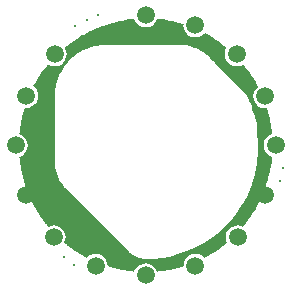
<source format=gtl>
G04*
G04 #@! TF.GenerationSoftware,Altium Limited,Altium Designer,19.1.5 (86)*
G04*
G04 Layer_Physical_Order=1*
G04 Layer_Color=255*
%FSAX25Y25*%
%MOIN*%
G70*
G01*
G75*
%ADD12C,0.00984*%
%ADD13C,0.05906*%
G36*
X0149036Y0201314D02*
X0149669Y0200488D01*
X0150495Y0199854D01*
X0151456Y0199456D01*
X0152488Y0199320D01*
X0153520Y0199456D01*
X0154482Y0199854D01*
X0155307Y0200488D01*
X0155941Y0201314D01*
X0156273Y0202117D01*
X0156928Y0202065D01*
X0157215Y0202011D01*
X0157502Y0201937D01*
X0157502Y0201937D01*
X0157987Y0201940D01*
X0159797Y0201653D01*
X0160210Y0201588D01*
X0160466Y0201528D01*
X0160775Y0201441D01*
X0160775Y0201441D01*
X0161265Y0201378D01*
X0163453Y0200853D01*
X0163540Y0200827D01*
X0164004Y0200680D01*
D01*
X0164489Y0200560D01*
X0165092Y0200364D01*
X0165034Y0199928D01*
X0165170Y0198896D01*
X0165569Y0197934D01*
X0166202Y0197109D01*
X0167028Y0196475D01*
X0167990Y0196077D01*
X0169021Y0195941D01*
X0170053Y0196077D01*
X0171015Y0196475D01*
X0171841Y0197109D01*
X0172109Y0197459D01*
X0172764Y0197125D01*
X0172789Y0197112D01*
X0173105Y0196925D01*
X0173110Y0196908D01*
X0173187Y0196876D01*
X0173596Y0196657D01*
X0175541Y0195465D01*
X0175932Y0195163D01*
X0176012Y0195130D01*
X0176435Y0194867D01*
X0178315Y0193501D01*
X0178600Y0193198D01*
X0178814Y0193071D01*
X0178857Y0193045D01*
X0179094Y0192884D01*
X0179515Y0192523D01*
X0179350Y0192308D01*
X0178952Y0191347D01*
X0178816Y0190315D01*
X0178952Y0189283D01*
X0179350Y0188321D01*
X0179984Y0187496D01*
X0180810Y0186862D01*
X0181771Y0186464D01*
X0182803Y0186328D01*
X0183835Y0186464D01*
X0184797Y0186862D01*
X0185012Y0187027D01*
X0185424Y0186544D01*
X0185477Y0186464D01*
X0185560Y0186325D01*
X0185686Y0186112D01*
X0185686Y0186112D01*
X0186031Y0185770D01*
X0187355Y0183947D01*
X0187618Y0183523D01*
X0187651Y0183444D01*
X0187953Y0183053D01*
X0189145Y0181108D01*
X0189174Y0181054D01*
X0189396Y0180622D01*
X0189396Y0180622D01*
X0189655Y0180195D01*
X0189989Y0179538D01*
X0189509Y0179170D01*
X0188875Y0178344D01*
X0188477Y0177383D01*
X0188341Y0176351D01*
X0188477Y0175319D01*
X0188875Y0174357D01*
X0189509Y0173532D01*
X0190334Y0172898D01*
X0191296Y0172500D01*
X0192328Y0172364D01*
X0192906Y0172440D01*
X0193075Y0171919D01*
X0193078Y0171911D01*
X0193176Y0171531D01*
X0193168Y0171516D01*
X0193200Y0171439D01*
X0193341Y0170964D01*
X0193895Y0168655D01*
X0193929Y0168286D01*
X0194016Y0167978D01*
X0194016Y0167978D01*
X0194042Y0167867D01*
X0194076Y0167721D01*
X0194141Y0167309D01*
X0194371Y0165858D01*
X0194449Y0165364D01*
X0194425Y0165014D01*
X0194499Y0164727D01*
Y0164727D01*
X0194520Y0164615D01*
X0194553Y0164439D01*
X0194609Y0163732D01*
X0193774Y0163386D01*
X0192949Y0162752D01*
X0192315Y0161926D01*
X0191917Y0160965D01*
X0191781Y0159933D01*
X0191917Y0158901D01*
X0192315Y0157940D01*
X0192949Y0157114D01*
X0193774Y0156480D01*
X0194599Y0156139D01*
X0194553Y0155561D01*
X0194499Y0155273D01*
X0194425Y0154987D01*
X0194425Y0154987D01*
X0194428Y0154501D01*
X0194141Y0152691D01*
X0194076Y0152278D01*
X0194016Y0152022D01*
X0193930Y0151714D01*
X0193930Y0151714D01*
X0193866Y0151223D01*
X0193341Y0149036D01*
X0193315Y0148948D01*
X0193168Y0148484D01*
D01*
X0193049Y0147999D01*
X0192330Y0145786D01*
X0192171Y0145383D01*
X0192147Y0145322D01*
X0192147Y0145322D01*
X0191984Y0144858D01*
X0191123Y0142780D01*
X0190913Y0142340D01*
X0190912Y0142340D01*
X0190848Y0142193D01*
X0190833Y0142157D01*
X0190674Y0141807D01*
X0190486Y0141438D01*
X0189613Y0139724D01*
X0189601Y0139700D01*
X0189413Y0139383D01*
X0189396Y0139378D01*
X0189364Y0139301D01*
X0189145Y0138892D01*
X0187953Y0136947D01*
X0187651Y0136556D01*
X0187618Y0136477D01*
X0187355Y0136053D01*
X0185989Y0134173D01*
X0185686Y0133888D01*
X0185559Y0133674D01*
X0185533Y0133631D01*
X0185372Y0133395D01*
X0184914Y0132859D01*
X0184229Y0133142D01*
X0183197Y0133278D01*
X0182165Y0133142D01*
X0181203Y0132744D01*
X0180378Y0132111D01*
X0179744Y0131285D01*
X0179346Y0130323D01*
X0179210Y0129291D01*
X0179346Y0128260D01*
X0179630Y0127574D01*
X0179032Y0127064D01*
X0178952Y0127012D01*
X0178813Y0126928D01*
X0178600Y0126802D01*
X0178600Y0126802D01*
X0178258Y0126458D01*
X0176435Y0125133D01*
X0176012Y0124870D01*
X0175932Y0124837D01*
X0175541Y0124535D01*
X0173596Y0123344D01*
X0173542Y0123314D01*
X0173110Y0123092D01*
X0173110Y0123092D01*
X0172683Y0122834D01*
X0172031Y0122502D01*
X0171886Y0122691D01*
X0171060Y0123325D01*
X0170098Y0123723D01*
X0169067Y0123859D01*
X0168035Y0123723D01*
X0167073Y0123325D01*
X0166247Y0122691D01*
X0165614Y0121865D01*
X0165216Y0120904D01*
X0165080Y0119872D01*
X0165110Y0119641D01*
X0164407Y0119413D01*
X0164399Y0119410D01*
X0164019Y0119312D01*
X0164004Y0119320D01*
X0163927Y0119288D01*
X0163453Y0119147D01*
X0161143Y0118593D01*
X0160775Y0118559D01*
X0160466Y0118472D01*
X0160466Y0118472D01*
X0160355Y0118446D01*
X0160210Y0118412D01*
X0159797Y0118347D01*
X0158346Y0118117D01*
X0157852Y0118039D01*
X0157502Y0118063D01*
X0157215Y0117989D01*
X0157215D01*
X0157104Y0117968D01*
X0156928Y0117935D01*
X0156247Y0117881D01*
X0155913Y0118686D01*
X0155280Y0119512D01*
X0154454Y0120146D01*
X0153492Y0120544D01*
X0152461Y0120680D01*
X0151429Y0120544D01*
X0150467Y0120146D01*
X0149642Y0119512D01*
X0149008Y0118686D01*
X0148676Y0117885D01*
X0148049Y0117935D01*
X0147761Y0117989D01*
X0147475Y0118063D01*
X0147475Y0118063D01*
X0146989Y0118060D01*
X0145179Y0118347D01*
X0144767Y0118412D01*
X0144510Y0118472D01*
X0144202Y0118559D01*
X0144202Y0118559D01*
X0143711Y0118622D01*
X0141524Y0119147D01*
X0141436Y0119173D01*
X0140972Y0119320D01*
D01*
X0140488Y0119439D01*
X0139828Y0119654D01*
X0139854Y0119854D01*
X0139718Y0120886D01*
X0139320Y0121848D01*
X0138687Y0122673D01*
X0137861Y0123307D01*
X0136899Y0123705D01*
X0135867Y0123841D01*
X0134836Y0123705D01*
X0133874Y0123307D01*
X0133048Y0122673D01*
X0132924Y0122512D01*
X0132212Y0122875D01*
X0132188Y0122888D01*
X0131871Y0123075D01*
X0131867Y0123092D01*
X0131789Y0123124D01*
X0131380Y0123344D01*
X0129435Y0124535D01*
X0129044Y0124837D01*
X0128965Y0124870D01*
X0128541Y0125133D01*
X0126661Y0126499D01*
X0126376Y0126802D01*
X0126162Y0126929D01*
X0126119Y0126955D01*
X0125883Y0127116D01*
X0125347Y0127574D01*
X0125630Y0128260D01*
X0125766Y0129291D01*
X0125630Y0130323D01*
X0125232Y0131285D01*
X0124599Y0132111D01*
X0123773Y0132744D01*
X0122811Y0133142D01*
X0121780Y0133278D01*
X0120748Y0133142D01*
X0120062Y0132859D01*
X0119552Y0133456D01*
X0119500Y0133536D01*
X0119417Y0133675D01*
X0119290Y0133888D01*
X0119290Y0133888D01*
X0118946Y0134230D01*
X0117621Y0136053D01*
X0117358Y0136477D01*
X0117325Y0136556D01*
X0117023Y0136947D01*
X0115832Y0138892D01*
X0115803Y0138946D01*
X0115580Y0139378D01*
X0115580Y0139378D01*
X0115322Y0139805D01*
X0114263Y0141883D01*
X0114137Y0142173D01*
X0114065Y0142340D01*
X0114064Y0142340D01*
X0113851Y0142785D01*
X0112993Y0144858D01*
X0112829Y0145322D01*
X0112829Y0145322D01*
X0112809Y0145373D01*
X0112755Y0145512D01*
X0112622Y0145863D01*
X0111901Y0148081D01*
X0111899Y0148089D01*
X0111800Y0148469D01*
X0111809Y0148484D01*
X0111776Y0148561D01*
X0111635Y0149036D01*
X0111081Y0151345D01*
X0111047Y0151714D01*
X0110960Y0152022D01*
X0110960Y0152022D01*
X0110934Y0152133D01*
X0110900Y0152278D01*
X0110835Y0152691D01*
X0110605Y0154142D01*
X0110527Y0154636D01*
X0110551Y0154987D01*
X0110477Y0155273D01*
Y0155273D01*
X0110456Y0155385D01*
X0110423Y0155561D01*
X0110377Y0156150D01*
X0111174Y0156480D01*
X0112000Y0157114D01*
X0112634Y0157940D01*
X0113032Y0158901D01*
X0113168Y0159933D01*
X0113032Y0160965D01*
X0112634Y0161926D01*
X0112000Y0162752D01*
X0111174Y0163386D01*
X0110366Y0163721D01*
X0110423Y0164439D01*
X0110477Y0164727D01*
X0110551Y0165014D01*
X0110551Y0165014D01*
X0110548Y0165499D01*
X0110835Y0167309D01*
X0110900Y0167721D01*
X0110960Y0167978D01*
X0111047Y0168286D01*
X0111047Y0168286D01*
X0111110Y0168777D01*
X0111635Y0170964D01*
X0111661Y0171052D01*
X0111809Y0171516D01*
D01*
X0111928Y0172001D01*
X0112100Y0172530D01*
X0112685Y0172453D01*
X0113717Y0172589D01*
X0114678Y0172987D01*
X0115504Y0173621D01*
X0116138Y0174446D01*
X0116536Y0175408D01*
X0116672Y0176440D01*
X0116536Y0177472D01*
X0116138Y0178433D01*
X0115504Y0179259D01*
X0115030Y0179622D01*
X0115363Y0180276D01*
X0115376Y0180300D01*
X0115563Y0180617D01*
X0115580Y0180622D01*
X0115612Y0180699D01*
X0115832Y0181108D01*
X0117023Y0183053D01*
X0117325Y0183444D01*
X0117358Y0183523D01*
X0117621Y0183947D01*
X0118987Y0185827D01*
X0119290Y0186112D01*
X0119417Y0186326D01*
X0119443Y0186369D01*
X0119605Y0186605D01*
X0119965Y0187027D01*
X0120180Y0186862D01*
X0121141Y0186464D01*
X0122173Y0186328D01*
X0123205Y0186464D01*
X0124167Y0186862D01*
X0124992Y0187496D01*
X0125626Y0188321D01*
X0126024Y0189283D01*
X0126160Y0190315D01*
X0126024Y0191347D01*
X0125626Y0192308D01*
X0125461Y0192523D01*
X0125944Y0192936D01*
X0125964Y0192953D01*
X0125969Y0192956D01*
X0126376Y0193198D01*
X0126376D01*
X0126377Y0193202D01*
X0126713Y0193539D01*
X0128541Y0194867D01*
X0128965Y0195130D01*
X0129044Y0195163D01*
X0129435Y0195465D01*
X0131380Y0196657D01*
X0131434Y0196686D01*
X0131866Y0196908D01*
X0131867Y0196908D01*
X0132293Y0197166D01*
X0133926Y0197998D01*
X0134372Y0198225D01*
X0134661Y0198351D01*
X0134828Y0198424D01*
X0134828Y0198424D01*
X0135274Y0198637D01*
X0137346Y0199495D01*
X0137810Y0199659D01*
X0137810Y0199659D01*
X0137862Y0199679D01*
X0138000Y0199734D01*
X0138351Y0199866D01*
X0140569Y0200587D01*
X0140577Y0200590D01*
X0140957Y0200688D01*
X0140972Y0200680D01*
X0141049Y0200712D01*
X0141524Y0200853D01*
X0143833Y0201407D01*
X0144202Y0201441D01*
X0144510Y0201528D01*
X0144510Y0201528D01*
X0144621Y0201554D01*
X0144767Y0201588D01*
X0145179Y0201653D01*
X0147391Y0202004D01*
X0147475Y0201937D01*
X0147563Y0201974D01*
X0148055Y0202066D01*
X0148703Y0202117D01*
X0149036Y0201314D01*
D02*
G37*
%LPC*%
G36*
X0139052Y0193550D02*
X0138598Y0193437D01*
X0138039Y0193437D01*
X0137959Y0193421D01*
X0137879Y0193427D01*
X0135869Y0193163D01*
X0135793Y0193137D01*
X0135713Y0193132D01*
X0133754Y0192608D01*
X0133682Y0192573D01*
X0133603Y0192557D01*
X0131730Y0191782D01*
X0131663Y0191737D01*
X0131587Y0191711D01*
X0129831Y0190698D01*
X0129771Y0190645D01*
X0129698Y0190609D01*
X0128090Y0189376D01*
X0128037Y0189315D01*
X0127970Y0189270D01*
X0126537Y0187837D01*
X0126492Y0187770D01*
X0126431Y0187717D01*
X0125198Y0186109D01*
X0125162Y0186036D01*
X0125109Y0185976D01*
X0124096Y0184220D01*
X0124070Y0184144D01*
X0124025Y0184077D01*
X0123250Y0182204D01*
X0123234Y0182125D01*
X0123198Y0182053D01*
X0122675Y0180094D01*
X0122669Y0180014D01*
X0122644Y0179938D01*
X0122380Y0177928D01*
X0122385Y0177847D01*
X0122370Y0177768D01*
X0122370Y0177209D01*
X0122257Y0176755D01*
X0122257D01*
X0122361Y0176298D01*
X0122370Y0176255D01*
Y0154209D01*
X0122257Y0153709D01*
X0122257Y0153709D01*
X0122262Y0153698D01*
X0122370Y0153590D01*
X0122370Y0152744D01*
X0122374Y0152725D01*
Y0152724D01*
X0122394Y0152626D01*
Y0152525D01*
X0122394Y0152525D01*
Y0152506D01*
X0122771Y0150611D01*
X0122778Y0150594D01*
X0122778Y0150593D01*
X0122816Y0150501D01*
X0122836Y0150402D01*
X0122836Y0150401D01*
X0122840Y0150383D01*
X0123579Y0148599D01*
X0123590Y0148583D01*
X0123590Y0148582D01*
X0123646Y0148499D01*
X0123684Y0148406D01*
X0123684Y0148405D01*
X0123692Y0148388D01*
X0124765Y0146782D01*
X0124778Y0146768D01*
X0124778Y0146768D01*
X0124849Y0146697D01*
X0124905Y0146614D01*
X0124906Y0146613D01*
X0124916Y0146597D01*
X0125270Y0146243D01*
X0125515Y0145844D01*
X0125519Y0145834D01*
X0125523Y0145839D01*
X0125914Y0145600D01*
X0146652Y0124861D01*
X0146806Y0124629D01*
X0146933Y0124420D01*
X0146943Y0124416D01*
X0147373Y0124140D01*
X0147483Y0124030D01*
X0147499Y0124019D01*
X0147500Y0124019D01*
X0147583Y0123963D01*
X0147654Y0123892D01*
X0147655Y0123892D01*
X0147668Y0123878D01*
X0148774Y0123140D01*
X0148791Y0123132D01*
X0148792Y0123132D01*
X0148884Y0123093D01*
X0148968Y0123038D01*
X0148968Y0123038D01*
X0148984Y0123027D01*
X0150213Y0122518D01*
X0150231Y0122514D01*
X0150232Y0122514D01*
X0150330Y0122495D01*
X0150423Y0122456D01*
X0150424Y0122456D01*
X0150442Y0122449D01*
X0151745Y0122189D01*
X0151764D01*
X0151765Y0122189D01*
X0151865Y0122189D01*
X0151964Y0122170D01*
X0151964D01*
X0151983Y0122166D01*
X0152535Y0122166D01*
X0152648Y0122053D01*
X0152648Y0122053D01*
X0152761Y0122166D01*
X0154425Y0122166D01*
X0154484Y0122178D01*
X0154545Y0122172D01*
X0158082Y0122520D01*
X0158140Y0122538D01*
X0158201D01*
X0161687Y0123231D01*
X0161743Y0123254D01*
X0161803Y0123260D01*
X0165205Y0124292D01*
X0165258Y0124321D01*
X0165318Y0124332D01*
X0168602Y0125693D01*
X0168652Y0125726D01*
X0168710Y0125744D01*
X0171845Y0127420D01*
X0171892Y0127458D01*
X0171948Y0127481D01*
X0174904Y0129456D01*
X0174946Y0129499D01*
X0175000Y0129527D01*
X0177748Y0131782D01*
X0177786Y0131829D01*
X0177836Y0131863D01*
X0180350Y0134376D01*
X0180384Y0134427D01*
X0180430Y0134465D01*
X0182685Y0137213D01*
X0182714Y0137266D01*
X0182757Y0137309D01*
X0184732Y0140265D01*
X0184755Y0140321D01*
X0184793Y0140368D01*
X0186469Y0143502D01*
X0186486Y0143560D01*
X0186520Y0143611D01*
X0187880Y0146895D01*
X0187892Y0146954D01*
X0187921Y0147008D01*
X0188953Y0150409D01*
X0188959Y0150470D01*
X0188982Y0150525D01*
X0189675Y0154012D01*
Y0154072D01*
X0189693Y0154130D01*
X0190041Y0157668D01*
X0190035Y0157728D01*
X0190047Y0157788D01*
X0190047Y0159556D01*
X0190036Y0159610D01*
X0190042Y0159664D01*
X0189534Y0165417D01*
X0189551Y0165601D01*
X0189579Y0165904D01*
X0189596Y0165946D01*
X0189556Y0166043D01*
X0189505Y0166425D01*
X0189489Y0166557D01*
X0189440Y0167299D01*
X0189424Y0167360D01*
X0189426Y0167424D01*
X0189283Y0168257D01*
X0189261Y0168316D01*
X0189256Y0168379D01*
X0189069Y0169050D01*
X0188941Y0169516D01*
X0188930Y0169551D01*
X0188799Y0169959D01*
X0188652Y0170474D01*
X0188622Y0170531D01*
X0188611Y0170593D01*
X0188395Y0171131D01*
X0188360Y0171185D01*
X0188342Y0171246D01*
X0188072Y0171758D01*
X0188032Y0171808D01*
X0188008Y0171867D01*
X0187979Y0171910D01*
X0187964Y0172023D01*
X0187944Y0172081D01*
X0187942Y0172141D01*
X0187782Y0172825D01*
X0187757Y0172880D01*
X0187749Y0172940D01*
X0187522Y0173604D01*
X0187492Y0173657D01*
X0187478Y0173716D01*
X0187187Y0174355D01*
X0187152Y0174404D01*
X0187132Y0174461D01*
X0187091Y0174532D01*
X0186993Y0174770D01*
X0186972Y0174847D01*
X0186946Y0174901D01*
X0186936Y0174961D01*
X0186696Y0175609D01*
X0186664Y0175661D01*
X0186648Y0175719D01*
X0186345Y0176340D01*
X0186309Y0176388D01*
X0186287Y0176445D01*
X0185925Y0177033D01*
X0185883Y0177078D01*
X0185857Y0177132D01*
X0185656Y0177397D01*
X0185593Y0177452D01*
X0185547Y0177521D01*
X0175909Y0187159D01*
X0175602Y0187552D01*
X0175550Y0187678D01*
X0175176Y0187981D01*
X0175101Y0188075D01*
X0175055Y0188114D01*
X0175022Y0188165D01*
X0174020Y0189202D01*
X0173970Y0189237D01*
X0173933Y0189284D01*
X0172834Y0190218D01*
X0172781Y0190248D01*
X0172739Y0190291D01*
X0171554Y0191113D01*
X0171498Y0191137D01*
X0171452Y0191176D01*
X0170192Y0191878D01*
X0170134Y0191897D01*
X0170084Y0191931D01*
X0168762Y0192506D01*
X0168702Y0192519D01*
X0168649Y0192548D01*
X0167277Y0192991D01*
X0167217Y0192998D01*
X0167161Y0193022D01*
X0165752Y0193327D01*
X0165691Y0193328D01*
X0165633Y0193347D01*
X0164928Y0193428D01*
X0164858Y0193423D01*
X0164788Y0193437D01*
X0139552Y0193437D01*
X0139056Y0193549D01*
X0139052Y0193550D01*
D02*
G37*
%LPD*%
D12*
X0198315Y0152520D02*
D03*
X0197252Y0148150D02*
D03*
X0136728Y0203413D02*
D03*
X0132902Y0201760D02*
D03*
X0129051Y0199752D02*
D03*
X0128736Y0120236D02*
D03*
X0125087Y0122598D02*
D03*
D13*
X0122173Y0190315D02*
D03*
X0112685Y0176440D02*
D03*
X0109181Y0159933D02*
D03*
X0112554Y0143386D02*
D03*
X0121780Y0129291D02*
D03*
X0135867Y0119854D02*
D03*
X0152461Y0116693D02*
D03*
X0169067Y0119872D02*
D03*
X0183197Y0129291D02*
D03*
X0192340Y0143416D02*
D03*
X0195768Y0159933D02*
D03*
X0192328Y0176351D02*
D03*
X0182803Y0190315D02*
D03*
X0169021Y0199928D02*
D03*
X0152488Y0203307D02*
D03*
M02*

</source>
